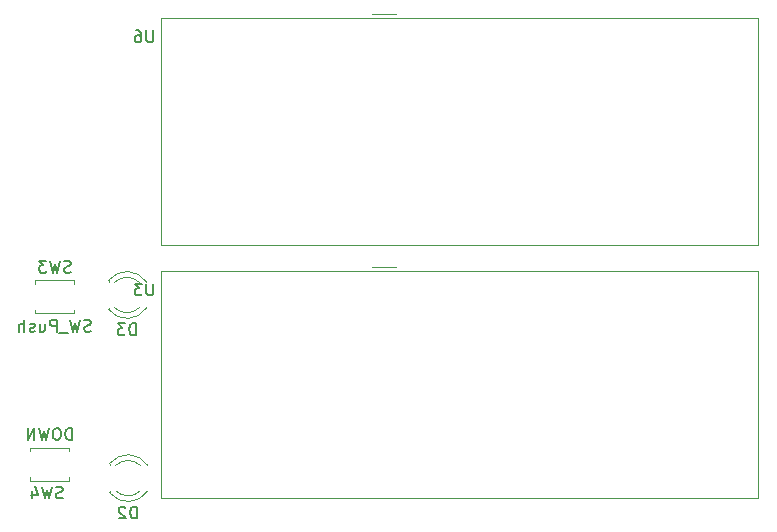
<source format=gbr>
G04 #@! TF.GenerationSoftware,KiCad,Pcbnew,(5.1.5)-3*
G04 #@! TF.CreationDate,2023-05-28T15:04:11-04:00*
G04 #@! TF.ProjectId,Controlador-temperatura,436f6e74-726f-46c6-9164-6f722d74656d,rev?*
G04 #@! TF.SameCoordinates,Original*
G04 #@! TF.FileFunction,Legend,Bot*
G04 #@! TF.FilePolarity,Positive*
%FSLAX46Y46*%
G04 Gerber Fmt 4.6, Leading zero omitted, Abs format (unit mm)*
G04 Created by KiCad (PCBNEW (5.1.5)-3) date 2023-05-28 15:04:11*
%MOMM*%
%LPD*%
G04 APERTURE LIST*
%ADD10C,0.120000*%
%ADD11C,0.150000*%
G04 APERTURE END LIST*
D10*
X73790000Y49637700D02*
X73790000Y30397700D01*
X73790000Y49637700D02*
X124330000Y49637700D01*
X124330000Y49637700D02*
X124330000Y30397700D01*
X124330000Y30397700D02*
X73790000Y30397700D01*
X91710000Y50017700D02*
X93710000Y50017700D01*
X91710000Y71455300D02*
X93710000Y71455300D01*
X124330000Y51835300D02*
X73790000Y51835300D01*
X124330000Y71075300D02*
X124330000Y51835300D01*
X73790000Y71075300D02*
X124330000Y71075300D01*
X73790000Y71075300D02*
X73790000Y51835300D01*
X69471100Y30882300D02*
X69471100Y31038300D01*
X69471100Y33198300D02*
X69471100Y33354300D01*
X72703435Y31039692D02*
G75*
G02X69471100Y30882784I-1672335J1078608D01*
G01*
X72703435Y33196908D02*
G75*
G03X69471100Y33353816I-1672335J-1078608D01*
G01*
X72072230Y31038463D02*
G75*
G02X69990139Y31038300I-1041130J1079837D01*
G01*
X72072230Y33198137D02*
G75*
G03X69990139Y33198300I-1041130J-1079837D01*
G01*
X69382200Y46389000D02*
X69382200Y46545000D01*
X69382200Y48705000D02*
X69382200Y48861000D01*
X72614535Y46546392D02*
G75*
G02X69382200Y46389484I-1672335J1078608D01*
G01*
X72614535Y48703608D02*
G75*
G03X69382200Y48860516I-1672335J-1078608D01*
G01*
X71983330Y46545163D02*
G75*
G02X69901239Y46545000I-1041130J1079837D01*
G01*
X71983330Y48704837D02*
G75*
G03X69901239Y48705000I-1041130J-1079837D01*
G01*
X66483500Y46372600D02*
X66483500Y46072600D01*
X66483500Y46072600D02*
X63183500Y46072600D01*
X63183500Y46072600D02*
X63183500Y46372600D01*
X66483500Y48572600D02*
X66483500Y48872600D01*
X66483500Y48872600D02*
X63183500Y48872600D01*
X63183500Y48872600D02*
X63183500Y48572600D01*
X62751700Y34712100D02*
X62751700Y34412100D01*
X66051700Y34712100D02*
X62751700Y34712100D01*
X66051700Y34412100D02*
X66051700Y34712100D01*
X62751700Y31912100D02*
X62751700Y32212100D01*
X66051700Y31912100D02*
X62751700Y31912100D01*
X66051700Y32212100D02*
X66051700Y31912100D01*
D11*
X73161904Y48585319D02*
X73161904Y47775795D01*
X73114285Y47680557D01*
X73066666Y47632938D01*
X72971428Y47585319D01*
X72780952Y47585319D01*
X72685714Y47632938D01*
X72638095Y47680557D01*
X72590476Y47775795D01*
X72590476Y48585319D01*
X72209523Y48585319D02*
X71590476Y48585319D01*
X71923809Y48204366D01*
X71780952Y48204366D01*
X71685714Y48156747D01*
X71638095Y48109128D01*
X71590476Y48013890D01*
X71590476Y47775795D01*
X71638095Y47680557D01*
X71685714Y47632938D01*
X71780952Y47585319D01*
X72066666Y47585319D01*
X72161904Y47632938D01*
X72209523Y47680557D01*
X73161904Y70022919D02*
X73161904Y69213395D01*
X73114285Y69118157D01*
X73066666Y69070538D01*
X72971428Y69022919D01*
X72780952Y69022919D01*
X72685714Y69070538D01*
X72638095Y69118157D01*
X72590476Y69213395D01*
X72590476Y70022919D01*
X71685714Y70022919D02*
X71876190Y70022919D01*
X71971428Y69975300D01*
X72019047Y69927680D01*
X72114285Y69784823D01*
X72161904Y69594347D01*
X72161904Y69213395D01*
X72114285Y69118157D01*
X72066666Y69070538D01*
X71971428Y69022919D01*
X71780952Y69022919D01*
X71685714Y69070538D01*
X71638095Y69118157D01*
X71590476Y69213395D01*
X71590476Y69451490D01*
X71638095Y69546728D01*
X71685714Y69594347D01*
X71780952Y69641966D01*
X71971428Y69641966D01*
X72066666Y69594347D01*
X72114285Y69546728D01*
X72161904Y69451490D01*
X71769195Y28705919D02*
X71769195Y29705919D01*
X71531100Y29705919D01*
X71388242Y29658300D01*
X71293004Y29563061D01*
X71245385Y29467823D01*
X71197766Y29277347D01*
X71197766Y29134490D01*
X71245385Y28944014D01*
X71293004Y28848776D01*
X71388242Y28753538D01*
X71531100Y28705919D01*
X71769195Y28705919D01*
X70816814Y29610680D02*
X70769195Y29658300D01*
X70673957Y29705919D01*
X70435861Y29705919D01*
X70340623Y29658300D01*
X70293004Y29610680D01*
X70245385Y29515442D01*
X70245385Y29420204D01*
X70293004Y29277347D01*
X70864433Y28705919D01*
X70245385Y28705919D01*
X71680295Y44212619D02*
X71680295Y45212619D01*
X71442200Y45212619D01*
X71299342Y45165000D01*
X71204104Y45069761D01*
X71156485Y44974523D01*
X71108866Y44784047D01*
X71108866Y44641190D01*
X71156485Y44450714D01*
X71204104Y44355476D01*
X71299342Y44260238D01*
X71442200Y44212619D01*
X71680295Y44212619D01*
X70775533Y45212619D02*
X70156485Y45212619D01*
X70489819Y44831666D01*
X70346961Y44831666D01*
X70251723Y44784047D01*
X70204104Y44736428D01*
X70156485Y44641190D01*
X70156485Y44403095D01*
X70204104Y44307857D01*
X70251723Y44260238D01*
X70346961Y44212619D01*
X70632676Y44212619D01*
X70727914Y44260238D01*
X70775533Y44307857D01*
X66166833Y49567838D02*
X66023976Y49520219D01*
X65785880Y49520219D01*
X65690642Y49567838D01*
X65643023Y49615457D01*
X65595404Y49710695D01*
X65595404Y49805933D01*
X65643023Y49901171D01*
X65690642Y49948790D01*
X65785880Y49996409D01*
X65976357Y50044028D01*
X66071595Y50091647D01*
X66119214Y50139266D01*
X66166833Y50234504D01*
X66166833Y50329742D01*
X66119214Y50424980D01*
X66071595Y50472600D01*
X65976357Y50520219D01*
X65738261Y50520219D01*
X65595404Y50472600D01*
X65262071Y50520219D02*
X65023976Y49520219D01*
X64833500Y50234504D01*
X64643023Y49520219D01*
X64404928Y50520219D01*
X64119214Y50520219D02*
X63500166Y50520219D01*
X63833500Y50139266D01*
X63690642Y50139266D01*
X63595404Y50091647D01*
X63547785Y50044028D01*
X63500166Y49948790D01*
X63500166Y49710695D01*
X63547785Y49615457D01*
X63595404Y49567838D01*
X63690642Y49520219D01*
X63976357Y49520219D01*
X64071595Y49567838D01*
X64119214Y49615457D01*
X67881119Y44567838D02*
X67738261Y44520219D01*
X67500166Y44520219D01*
X67404928Y44567838D01*
X67357309Y44615457D01*
X67309690Y44710695D01*
X67309690Y44805933D01*
X67357309Y44901171D01*
X67404928Y44948790D01*
X67500166Y44996409D01*
X67690642Y45044028D01*
X67785880Y45091647D01*
X67833500Y45139266D01*
X67881119Y45234504D01*
X67881119Y45329742D01*
X67833500Y45424980D01*
X67785880Y45472600D01*
X67690642Y45520219D01*
X67452547Y45520219D01*
X67309690Y45472600D01*
X66976357Y45520219D02*
X66738261Y44520219D01*
X66547785Y45234504D01*
X66357309Y44520219D01*
X66119214Y45520219D01*
X65976357Y44424980D02*
X65214452Y44424980D01*
X64976357Y44520219D02*
X64976357Y45520219D01*
X64595404Y45520219D01*
X64500166Y45472600D01*
X64452547Y45424980D01*
X64404928Y45329742D01*
X64404928Y45186885D01*
X64452547Y45091647D01*
X64500166Y45044028D01*
X64595404Y44996409D01*
X64976357Y44996409D01*
X63547785Y45186885D02*
X63547785Y44520219D01*
X63976357Y45186885D02*
X63976357Y44663076D01*
X63928738Y44567838D01*
X63833500Y44520219D01*
X63690642Y44520219D01*
X63595404Y44567838D01*
X63547785Y44615457D01*
X63119214Y44567838D02*
X63023976Y44520219D01*
X62833500Y44520219D01*
X62738261Y44567838D01*
X62690642Y44663076D01*
X62690642Y44710695D01*
X62738261Y44805933D01*
X62833500Y44853552D01*
X62976357Y44853552D01*
X63071595Y44901171D01*
X63119214Y44996409D01*
X63119214Y45044028D01*
X63071595Y45139266D01*
X62976357Y45186885D01*
X62833500Y45186885D01*
X62738261Y45139266D01*
X62262071Y44520219D02*
X62262071Y45520219D01*
X61833500Y44520219D02*
X61833500Y45044028D01*
X61881119Y45139266D01*
X61976357Y45186885D01*
X62119214Y45186885D01*
X62214452Y45139266D01*
X62262071Y45091647D01*
X65493733Y30443538D02*
X65350876Y30395919D01*
X65112780Y30395919D01*
X65017542Y30443538D01*
X64969923Y30491157D01*
X64922304Y30586395D01*
X64922304Y30681633D01*
X64969923Y30776871D01*
X65017542Y30824490D01*
X65112780Y30872109D01*
X65303257Y30919728D01*
X65398495Y30967347D01*
X65446114Y31014966D01*
X65493733Y31110204D01*
X65493733Y31205442D01*
X65446114Y31300680D01*
X65398495Y31348300D01*
X65303257Y31395919D01*
X65065161Y31395919D01*
X64922304Y31348300D01*
X64588971Y31395919D02*
X64350876Y30395919D01*
X64160400Y31110204D01*
X63969923Y30395919D01*
X63731828Y31395919D01*
X62922304Y31062585D02*
X62922304Y30395919D01*
X63160400Y31443538D02*
X63398495Y30729252D01*
X62779447Y30729252D01*
X66282652Y35359719D02*
X66282652Y36359719D01*
X66044557Y36359719D01*
X65901700Y36312100D01*
X65806461Y36216861D01*
X65758842Y36121623D01*
X65711223Y35931147D01*
X65711223Y35788290D01*
X65758842Y35597814D01*
X65806461Y35502576D01*
X65901700Y35407338D01*
X66044557Y35359719D01*
X66282652Y35359719D01*
X65092176Y36359719D02*
X64901700Y36359719D01*
X64806461Y36312100D01*
X64711223Y36216861D01*
X64663604Y36026385D01*
X64663604Y35693052D01*
X64711223Y35502576D01*
X64806461Y35407338D01*
X64901700Y35359719D01*
X65092176Y35359719D01*
X65187414Y35407338D01*
X65282652Y35502576D01*
X65330271Y35693052D01*
X65330271Y36026385D01*
X65282652Y36216861D01*
X65187414Y36312100D01*
X65092176Y36359719D01*
X64330271Y36359719D02*
X64092176Y35359719D01*
X63901700Y36074004D01*
X63711223Y35359719D01*
X63473128Y36359719D01*
X63092176Y35359719D02*
X63092176Y36359719D01*
X62520747Y35359719D01*
X62520747Y36359719D01*
M02*

</source>
